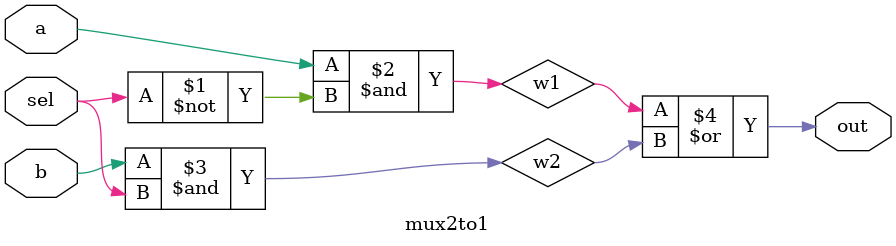
<source format=v>
module mux2to1 (a,b,sel,out);
input a,b,sel;
output out;
wire w1,w2;
assign w1 = a & ~sel;
assign w2 = b & sel;
assign out = w1 | w2;
endmodule

</source>
